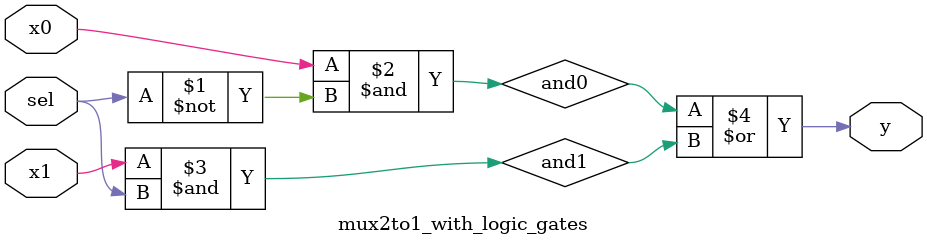
<source format=v>
`timescale 1ns / 1ps


module mux2to1_with_logic_gates (
    input  wire x0,
    input  wire x1,
    input  wire sel,
    output wire y
);

  wire and0, and1;

  assign and0 = x0 & ~sel;
  assign and1 = x1 & sel;

  assign y = and0 | and1;
endmodule

</source>
